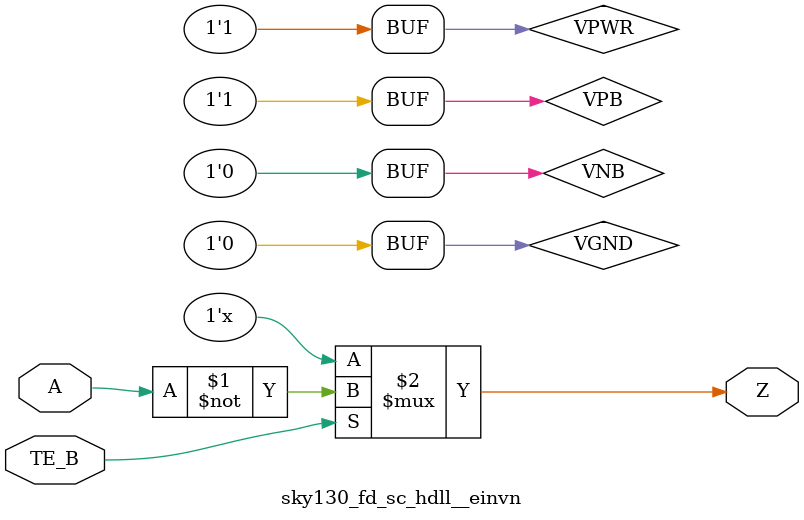
<source format=v>
/*
 * Copyright 2020 The SkyWater PDK Authors
 *
 * Licensed under the Apache License, Version 2.0 (the "License");
 * you may not use this file except in compliance with the License.
 * You may obtain a copy of the License at
 *
 *     https://www.apache.org/licenses/LICENSE-2.0
 *
 * Unless required by applicable law or agreed to in writing, software
 * distributed under the License is distributed on an "AS IS" BASIS,
 * WITHOUT WARRANTIES OR CONDITIONS OF ANY KIND, either express or implied.
 * See the License for the specific language governing permissions and
 * limitations under the License.
 *
 * SPDX-License-Identifier: Apache-2.0
*/


`ifndef SKY130_FD_SC_HDLL__EINVN_TIMING_V
`define SKY130_FD_SC_HDLL__EINVN_TIMING_V

/**
 * einvn: Tri-state inverter, negative enable.
 *
 * Verilog simulation timing model.
 */

`timescale 1ns / 1ps
`default_nettype none

`celldefine
module sky130_fd_sc_hdll__einvn (
    Z   ,
    A   ,
    TE_B
);

    // Module ports
    output Z   ;
    input  A   ;
    input  TE_B;

    // Module supplies
    supply1 VPWR;
    supply0 VGND;
    supply1 VPB ;
    supply0 VNB ;

    //     Name     Output  Other arguments
    notif0 notif00 (Z     , A, TE_B        );

endmodule
`endcelldefine

`default_nettype wire
`endif  // SKY130_FD_SC_HDLL__EINVN_TIMING_V

</source>
